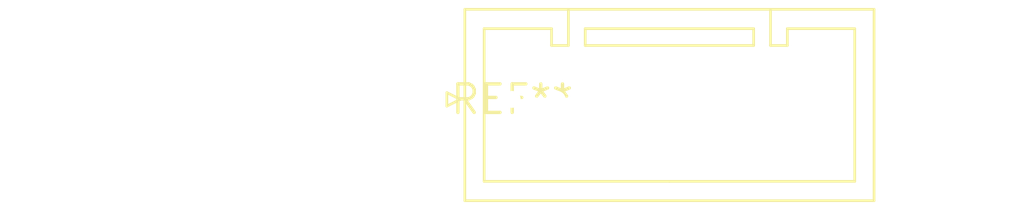
<source format=kicad_pcb>
(kicad_pcb (version 20240108) (generator pcbnew)
  (layers (0 "F.Cu" signal) (31 "B.Cu" signal) (34 "B.Paste" user) (35 "F.Paste" user) (36 "B.SilkS" user "B.Silkscreen") (37 "F.SilkS" user "F.Silkscreen") (38 "B.Mask" user) (39 "F.Mask" user) (44 "Edge.Cuts" user))
  (net 0 "")
  (footprint "JST_PUD_B16B-PUDSS_2x08_P2.00mm_Vertical" (layer "F.Cu") (at 0 0)
    (property "Reference" "REF**")
    (property "Value" "JST_PUD_B16B-PUDSS_2x08_P2.00mm_Vertical")
    (fp_line (start -2.91 -0.3) (end -2.31 0) (layer "F.SilkS") (stroke (width 0.12)))
    (fp_line (start -2.91 0.3) (end -2.91 -0.3) (layer "F.SilkS") (stroke (width 0.12)))
    (fp_line (start -2.31 0) (end -2.91 0.3) (layer "F.SilkS") (stroke (width 0.12)))
    (fp_line (start -2.11 -4.01) (end -2.11 4.51) (layer "F.SilkS") (stroke (width 0.12)))
    (fp_line (start -2.11 4.51) (end 16.11 4.51) (layer "F.SilkS") (stroke (width 0.12)))
    (fp_line (start -1.25 -3.15) (end -1.25 3.65) (layer "F.SilkS") (stroke (width 0.12)))
    (fp_line (start -1.25 3.65) (end 7 3.65) (layer "F.SilkS") (stroke (width 0.12)))
    (fp_line (start 1.75 -3.15) (end -1.25 -3.15) (layer "F.SilkS") (stroke (width 0.12)))
    (fp_line (start 1.75 -2.4) (end 1.75 -3.15) (layer "F.SilkS") (stroke (width 0.12)))
    (fp_line (start 2.5 -4.01) (end 2.5 -2.4) (layer "F.SilkS") (stroke (width 0.12)))
    (fp_line (start 2.5 -2.4) (end 1.75 -2.4) (layer "F.SilkS") (stroke (width 0.12)))
    (fp_line (start 3.25 -3.15) (end 3.25 -2.4) (layer "F.SilkS") (stroke (width 0.12)))
    (fp_line (start 3.25 -2.4) (end 10.75 -2.4) (layer "F.SilkS") (stroke (width 0.12)))
    (fp_line (start 10.75 -3.15) (end 3.25 -3.15) (layer "F.SilkS") (stroke (width 0.12)))
    (fp_line (start 10.75 -2.4) (end 10.75 -3.15) (layer "F.SilkS") (stroke (width 0.12)))
    (fp_line (start 11.5 -4.01) (end 11.5 -2.4) (layer "F.SilkS") (stroke (width 0.12)))
    (fp_line (start 11.5 -2.4) (end 12.25 -2.4) (layer "F.SilkS") (stroke (width 0.12)))
    (fp_line (start 12.25 -3.15) (end 15.25 -3.15) (layer "F.SilkS") (stroke (width 0.12)))
    (fp_line (start 12.25 -2.4) (end 12.25 -3.15) (layer "F.SilkS") (stroke (width 0.12)))
    (fp_line (start 15.25 -3.15) (end 15.25 3.65) (layer "F.SilkS") (stroke (width 0.12)))
    (fp_line (start 15.25 3.65) (end 7 3.65) (layer "F.SilkS") (stroke (width 0.12)))
    (fp_line (start 16.11 -4.01) (end -2.11 -4.01) (layer "F.SilkS") (stroke (width 0.12)))
    (fp_line (start 16.11 4.51) (end 16.11 -4.01) (layer "F.SilkS") (stroke (width 0.12)))
    (pad "1" thru_hole roundrect (at 0 0) (size 1.2 1.2) (drill 0.75) (layers *.Cu *.Mask) (remove_unused_layers) (roundrect_rratio 0.208333))
    (pad "2" thru_hole circle (at 0 2) (size 1.2 1.2) (drill 0.75) (layers *.Cu *.Mask) (remove_unused_layers))
    (pad "3" thru_hole circle (at 2 0) (size 1.2 1.2) (drill 0.75) (layers *.Cu *.Mask) (remove_unused_layers))
    (pad "4" thru_hole circle (at 2 2) (size 1.2 1.2) (drill 0.75) (layers *.Cu *.Mask) (remove_unused_layers))
    (pad "5" thru_hole circle (at 4 0) (size 1.2 1.2) (drill 0.75) (layers *.Cu *.Mask) (remove_unused_layers))
    (pad "6" thru_hole circle (at 4 2) (size 1.2 1.2) (drill 0.75) (layers *.Cu *.Mask) (remove_unused_layers))
    (pad "7" thru_hole circle (at 6 0) (size 1.2 1.2) (drill 0.75) (layers *.Cu *.Mask) (remove_unused_layers))
    (pad "8" thru_hole circle (at 6 2) (size 1.2 1.2) (drill 0.75) (layers *.Cu *.Mask) (remove_unused_layers))
    (pad "9" thru_hole circle (at 8 0) (size 1.2 1.2) (drill 0.75) (layers *.Cu *.Mask) (remove_unused_layers))
    (pad "10" thru_hole circle (at 8 2) (size 1.2 1.2) (drill 0.75) (layers *.Cu *.Mask) (remove_unused_layers))
    (pad "11" thru_hole circle (at 10 0) (size 1.2 1.2) (drill 0.75) (layers *.Cu *.Mask) (remove_unused_layers))
    (pad "12" thru_hole circle (at 10 2) (size 1.2 1.2) (drill 0.75) (layers *.Cu *.Mask) (remove_unused_layers))
    (pad "13" thru_hole circle (at 12 0) (size 1.2 1.2) (drill 0.75) (layers *.Cu *.Mask) (remove_unused_layers))
    (pad "14" thru_hole circle (at 12 2) (size 1.2 1.2) (drill 0.75) (layers *.Cu *.Mask) (remove_unused_layers))
    (pad "15" thru_hole circle (at 14 0) (size 1.2 1.2) (drill 0.75) (layers *.Cu *.Mask) (remove_unused_layers))
    (pad "16" thru_hole circle (at 14 2) (size 1.2 1.2) (drill 0.75) (layers *.Cu *.Mask) (remove_unused_layers))
  )
)
</source>
